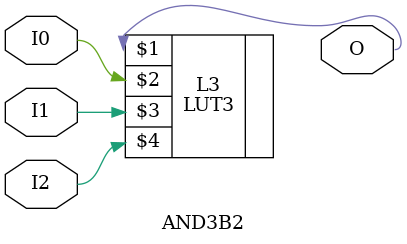
<source format=v>


`timescale  1 ps / 1 ps


module AND3B2 (O, I0, I1, I2);

    output O;

    input  I0, I1, I2;

    LUT3 #(.INIT(8'h10)) L3 (O, I0, I1, I2);

endmodule

</source>
